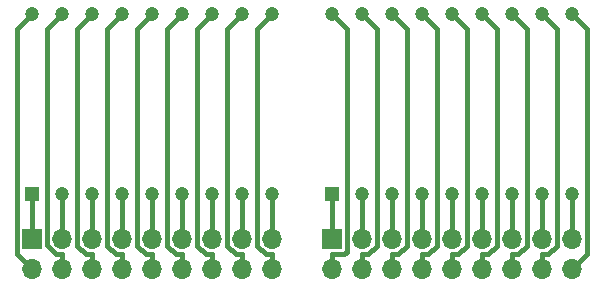
<source format=gbr>
%TF.GenerationSoftware,KiCad,Pcbnew,5.1.6-c6e7f7d~87~ubuntu18.04.1*%
%TF.CreationDate,2020-07-29T10:58:19+02:00*%
%TF.ProjectId,LED-display_x4,4c45442d-6469-4737-906c-61795f78342e,1.0*%
%TF.SameCoordinates,PX463f660PY525bfc0*%
%TF.FileFunction,Copper,L2,Bot*%
%TF.FilePolarity,Positive*%
%FSLAX46Y46*%
G04 Gerber Fmt 4.6, Leading zero omitted, Abs format (unit mm)*
G04 Created by KiCad (PCBNEW 5.1.6-c6e7f7d~87~ubuntu18.04.1) date 2020-07-29 10:58:19*
%MOMM*%
%LPD*%
G01*
G04 APERTURE LIST*
%TA.AperFunction,ComponentPad*%
%ADD10C,1.200000*%
%TD*%
%TA.AperFunction,ComponentPad*%
%ADD11R,1.200000X1.200000*%
%TD*%
%TA.AperFunction,ComponentPad*%
%ADD12O,1.700000X1.700000*%
%TD*%
%TA.AperFunction,ComponentPad*%
%ADD13R,1.700000X1.700000*%
%TD*%
%TA.AperFunction,Conductor*%
%ADD14C,0.400000*%
%TD*%
G04 APERTURE END LIST*
D10*
%TO.P,D2,10*%
%TO.N,/b2-2*%
X53340000Y25400000D03*
%TO.P,D2,11*%
%TO.N,/a2-2*%
X50800000Y25400000D03*
%TO.P,D2,12*%
%TO.N,/f2-2*%
X48260000Y25400000D03*
%TO.P,D2,13*%
%TO.N,/cc1-2*%
X45720000Y25400000D03*
%TO.P,D2,14*%
%TO.N,/cc2-2*%
X43180000Y25400000D03*
%TO.P,D2,15*%
%TO.N,/b1-2*%
X40640000Y25400000D03*
%TO.P,D2,16*%
%TO.N,/a1-2*%
X38100000Y25400000D03*
%TO.P,D2,17*%
%TO.N,/g1-2*%
X35560000Y25400000D03*
%TO.P,D2,18*%
%TO.N,/f1-2*%
X33020000Y25400000D03*
%TO.P,D2,9*%
%TO.N,/dp2-2*%
X53340000Y10160000D03*
%TO.P,D2,8*%
%TO.N,/c2-2*%
X50800000Y10160000D03*
%TO.P,D2,7*%
%TO.N,/g2-2*%
X48260000Y10160000D03*
%TO.P,D2,6*%
%TO.N,/d2-2*%
X45720000Y10160000D03*
%TO.P,D2,5*%
%TO.N,/e2-2*%
X43180000Y10160000D03*
%TO.P,D2,4*%
%TO.N,/dp1-2*%
X40640000Y10160000D03*
%TO.P,D2,3*%
%TO.N,/c1-2*%
X38100000Y10160000D03*
%TO.P,D2,2*%
%TO.N,/d1-2*%
X35560000Y10160000D03*
D11*
%TO.P,D2,1*%
%TO.N,/e1-2*%
X33020000Y10160000D03*
%TD*%
D10*
%TO.P,D1,10*%
%TO.N,/b2-1*%
X27940000Y25400000D03*
%TO.P,D1,11*%
%TO.N,/a2-1*%
X25400000Y25400000D03*
%TO.P,D1,12*%
%TO.N,/f2-1*%
X22860000Y25400000D03*
%TO.P,D1,13*%
%TO.N,/cc1-1*%
X20320000Y25400000D03*
%TO.P,D1,14*%
%TO.N,/cc2-1*%
X17780000Y25400000D03*
%TO.P,D1,15*%
%TO.N,/b1-1*%
X15240000Y25400000D03*
%TO.P,D1,16*%
%TO.N,/a1-1*%
X12700000Y25400000D03*
%TO.P,D1,17*%
%TO.N,/g1-1*%
X10160000Y25400000D03*
%TO.P,D1,18*%
%TO.N,/f1-1*%
X7620000Y25400000D03*
%TO.P,D1,9*%
%TO.N,/dp2-1*%
X27940000Y10160000D03*
%TO.P,D1,8*%
%TO.N,/c2-1*%
X25400000Y10160000D03*
%TO.P,D1,7*%
%TO.N,/g2-1*%
X22860000Y10160000D03*
%TO.P,D1,6*%
%TO.N,/d2-1*%
X20320000Y10160000D03*
%TO.P,D1,5*%
%TO.N,/e2-1*%
X17780000Y10160000D03*
%TO.P,D1,4*%
%TO.N,/dp1-1*%
X15240000Y10160000D03*
%TO.P,D1,3*%
%TO.N,/c1-1*%
X12700000Y10160000D03*
%TO.P,D1,2*%
%TO.N,/d1-1*%
X10160000Y10160000D03*
D11*
%TO.P,D1,1*%
%TO.N,/e1-1*%
X7620000Y10160000D03*
%TD*%
D12*
%TO.P,J2,10*%
%TO.N,/b2-2*%
X53340000Y3810000D03*
%TO.P,J2,9*%
%TO.N,/dp2-2*%
X53340000Y6350000D03*
%TO.P,J2,11*%
%TO.N,/a2-2*%
X50800000Y3810000D03*
%TO.P,J2,8*%
%TO.N,/c2-2*%
X50800000Y6350000D03*
%TO.P,J2,12*%
%TO.N,/f2-2*%
X48260000Y3810000D03*
%TO.P,J2,7*%
%TO.N,/g2-2*%
X48260000Y6350000D03*
%TO.P,J2,13*%
%TO.N,/cc1-2*%
X45720000Y3810000D03*
%TO.P,J2,6*%
%TO.N,/d2-2*%
X45720000Y6350000D03*
%TO.P,J2,14*%
%TO.N,/cc2-2*%
X43180000Y3810000D03*
%TO.P,J2,5*%
%TO.N,/e2-2*%
X43180000Y6350000D03*
%TO.P,J2,15*%
%TO.N,/b1-2*%
X40640000Y3810000D03*
%TO.P,J2,4*%
%TO.N,/dp1-2*%
X40640000Y6350000D03*
%TO.P,J2,16*%
%TO.N,/a1-2*%
X38100000Y3810000D03*
%TO.P,J2,3*%
%TO.N,/c1-2*%
X38100000Y6350000D03*
%TO.P,J2,17*%
%TO.N,/g1-2*%
X35560000Y3810000D03*
%TO.P,J2,2*%
%TO.N,/d1-2*%
X35560000Y6350000D03*
%TO.P,J2,18*%
%TO.N,/f1-2*%
X33020000Y3810000D03*
D13*
%TO.P,J2,1*%
%TO.N,/e1-2*%
X33020000Y6350000D03*
%TD*%
D12*
%TO.P,J1,10*%
%TO.N,/b2-1*%
X27940000Y3810000D03*
%TO.P,J1,9*%
%TO.N,/dp2-1*%
X27940000Y6350000D03*
%TO.P,J1,11*%
%TO.N,/a2-1*%
X25400000Y3810000D03*
%TO.P,J1,8*%
%TO.N,/c2-1*%
X25400000Y6350000D03*
%TO.P,J1,12*%
%TO.N,/f2-1*%
X22860000Y3810000D03*
%TO.P,J1,7*%
%TO.N,/g2-1*%
X22860000Y6350000D03*
%TO.P,J1,13*%
%TO.N,/cc1-1*%
X20320000Y3810000D03*
%TO.P,J1,6*%
%TO.N,/d2-1*%
X20320000Y6350000D03*
%TO.P,J1,14*%
%TO.N,/cc2-1*%
X17780000Y3810000D03*
%TO.P,J1,5*%
%TO.N,/e2-1*%
X17780000Y6350000D03*
%TO.P,J1,15*%
%TO.N,/b1-1*%
X15240000Y3810000D03*
%TO.P,J1,4*%
%TO.N,/dp1-1*%
X15240000Y6350000D03*
%TO.P,J1,16*%
%TO.N,/a1-1*%
X12700000Y3810000D03*
%TO.P,J1,3*%
%TO.N,/c1-1*%
X12700000Y6350000D03*
%TO.P,J1,17*%
%TO.N,/g1-1*%
X10160000Y3810000D03*
%TO.P,J1,2*%
%TO.N,/d1-1*%
X10160000Y6350000D03*
%TO.P,J1,18*%
%TO.N,/f1-1*%
X7620000Y3810000D03*
D13*
%TO.P,J1,1*%
%TO.N,/e1-1*%
X7620000Y6350000D03*
%TD*%
D14*
%TO.N,/e1-1*%
X7620000Y10160000D02*
X7620000Y6350000D01*
%TO.N,/d1-1*%
X10160000Y10160000D02*
X10160000Y6350000D01*
%TO.N,/c1-1*%
X12700000Y10160000D02*
X12700000Y6350000D01*
%TO.N,/dp1-1*%
X15240000Y10160000D02*
X15240000Y6350000D01*
%TO.N,/e2-1*%
X17780000Y10160000D02*
X17780000Y6350000D01*
%TO.N,/d2-1*%
X20320000Y10160000D02*
X20320000Y6350000D01*
%TO.N,/g2-1*%
X22860000Y10160000D02*
X22860000Y6350000D01*
%TO.N,/c2-1*%
X25400000Y10160000D02*
X25400000Y6350000D01*
%TO.N,/dp2-1*%
X27940000Y10160000D02*
X27940000Y6350000D01*
%TO.N,/f1-1*%
X7620000Y25400000D02*
X6350000Y24130000D01*
X6350000Y24130000D02*
X6350000Y5080000D01*
X6350000Y5080000D02*
X7620000Y3810000D01*
%TO.N,/g1-1*%
X10160000Y3810000D02*
X10160000Y5060300D01*
X10160000Y25400000D02*
X8870400Y24110400D01*
X8870400Y24110400D02*
X8870400Y5831800D01*
X8870400Y5831800D02*
X9641900Y5060300D01*
X9641900Y5060300D02*
X10160000Y5060300D01*
%TO.N,/a1-1*%
X12700000Y3810000D02*
X12700000Y5060300D01*
X12700000Y25400000D02*
X11430000Y24130000D01*
X11430000Y24130000D02*
X11430000Y5812200D01*
X11430000Y5812200D02*
X12181900Y5060300D01*
X12181900Y5060300D02*
X12700000Y5060300D01*
%TO.N,/b1-1*%
X15240000Y3810000D02*
X15240000Y5060300D01*
X15240000Y25400000D02*
X13970000Y24130000D01*
X13970000Y24130000D02*
X13970000Y5812200D01*
X13970000Y5812200D02*
X14721900Y5060300D01*
X14721900Y5060300D02*
X15240000Y5060300D01*
%TO.N,/cc2-1*%
X17780000Y3810000D02*
X17780000Y5060300D01*
X17780000Y25400000D02*
X16510000Y24130000D01*
X16510000Y24130000D02*
X16510000Y5812200D01*
X16510000Y5812200D02*
X17261900Y5060300D01*
X17261900Y5060300D02*
X17780000Y5060300D01*
%TO.N,/cc1-1*%
X20320000Y3810000D02*
X20320000Y5060300D01*
X20320000Y25400000D02*
X19050000Y24130000D01*
X19050000Y24130000D02*
X19050000Y5812200D01*
X19050000Y5812200D02*
X19801900Y5060300D01*
X19801900Y5060300D02*
X20320000Y5060300D01*
%TO.N,/f2-1*%
X22860000Y3810000D02*
X22860000Y5060300D01*
X22860000Y25400000D02*
X21590000Y24130000D01*
X21590000Y24130000D02*
X21590000Y5812200D01*
X21590000Y5812200D02*
X22341900Y5060300D01*
X22341900Y5060300D02*
X22860000Y5060300D01*
%TO.N,/a2-1*%
X25400000Y3810000D02*
X25400000Y5060300D01*
X25400000Y25400000D02*
X24130000Y24130000D01*
X24130000Y24130000D02*
X24130000Y5812200D01*
X24130000Y5812200D02*
X24881900Y5060300D01*
X24881900Y5060300D02*
X25400000Y5060300D01*
%TO.N,/b2-1*%
X27940000Y3810000D02*
X27940000Y5060300D01*
X27940000Y25400000D02*
X26670000Y24130000D01*
X26670000Y24130000D02*
X26670000Y5812200D01*
X26670000Y5812200D02*
X27421900Y5060300D01*
X27421900Y5060300D02*
X27940000Y5060300D01*
%TO.N,/b2-2*%
X53340000Y25400000D02*
X54610000Y24130000D01*
X54610000Y24130000D02*
X54610000Y5080000D01*
X54610000Y5080000D02*
X53340000Y3810000D01*
%TO.N,/a2-2*%
X50800000Y3810000D02*
X50800000Y5060300D01*
X50800000Y25400000D02*
X52070000Y24130000D01*
X52070000Y24130000D02*
X52070000Y5812200D01*
X52070000Y5812200D02*
X51318100Y5060300D01*
X51318100Y5060300D02*
X50800000Y5060300D01*
%TO.N,/f2-2*%
X48260000Y3810000D02*
X48260000Y5060300D01*
X48260000Y25400000D02*
X49530000Y24130000D01*
X49530000Y24130000D02*
X49530000Y5812200D01*
X49530000Y5812200D02*
X48778100Y5060300D01*
X48778100Y5060300D02*
X48260000Y5060300D01*
%TO.N,/cc1-2*%
X45720000Y3810000D02*
X45720000Y5060300D01*
X45720000Y25400000D02*
X46990000Y24130000D01*
X46990000Y24130000D02*
X46990000Y5812200D01*
X46990000Y5812200D02*
X46238100Y5060300D01*
X46238100Y5060300D02*
X45720000Y5060300D01*
%TO.N,/cc2-2*%
X43180000Y3810000D02*
X43180000Y5060300D01*
X43180000Y25400000D02*
X44450000Y24130000D01*
X44450000Y24130000D02*
X44450000Y5812200D01*
X44450000Y5812200D02*
X43698100Y5060300D01*
X43698100Y5060300D02*
X43180000Y5060300D01*
%TO.N,/b1-2*%
X40640000Y3810000D02*
X40640000Y5060300D01*
X40640000Y25400000D02*
X41910000Y24130000D01*
X41910000Y24130000D02*
X41910000Y5812200D01*
X41910000Y5812200D02*
X41158100Y5060300D01*
X41158100Y5060300D02*
X40640000Y5060300D01*
%TO.N,/a1-2*%
X38100000Y3810000D02*
X38100000Y5060300D01*
X38100000Y25400000D02*
X39370000Y24130000D01*
X39370000Y24130000D02*
X39370000Y5812200D01*
X39370000Y5812200D02*
X38618100Y5060300D01*
X38618100Y5060300D02*
X38100000Y5060300D01*
%TO.N,/g1-2*%
X35560000Y3810000D02*
X35560000Y5060300D01*
X35560000Y25400000D02*
X36830000Y24130000D01*
X36830000Y24130000D02*
X36830000Y5812200D01*
X36830000Y5812200D02*
X36078100Y5060300D01*
X36078100Y5060300D02*
X35560000Y5060300D01*
%TO.N,/f1-2*%
X33020000Y3810000D02*
X33020000Y5060300D01*
X33020000Y25400000D02*
X34270400Y24149600D01*
X34270400Y24149600D02*
X34270400Y5243500D01*
X34270400Y5243500D02*
X34087200Y5060300D01*
X34087200Y5060300D02*
X33020000Y5060300D01*
%TO.N,/dp2-2*%
X53340000Y10160000D02*
X53340000Y6350000D01*
%TO.N,/c2-2*%
X50800000Y10160000D02*
X50800000Y6350000D01*
%TO.N,/g2-2*%
X48260000Y10160000D02*
X48260000Y6350000D01*
%TO.N,/d2-2*%
X45720000Y10160000D02*
X45720000Y6350000D01*
%TO.N,/e2-2*%
X43180000Y10160000D02*
X43180000Y6350000D01*
%TO.N,/dp1-2*%
X40640000Y10160000D02*
X40640000Y6350000D01*
%TO.N,/c1-2*%
X38100000Y10160000D02*
X38100000Y6350000D01*
%TO.N,/d1-2*%
X35560000Y10160000D02*
X35560000Y6350000D01*
%TO.N,/e1-2*%
X33020000Y10160000D02*
X33020000Y6350000D01*
%TD*%
M02*

</source>
